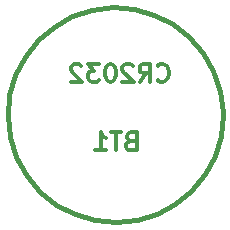
<source format=gbo>
G04 (created by PCBNEW-RS274X (2010-05-05 BZR 2356)-stable) date 13/05/2011 9:30:07 a.m.*
G01*
G70*
G90*
%MOIN*%
G04 Gerber Fmt 3.4, Leading zero omitted, Abs format*
%FSLAX34Y34*%
G04 APERTURE LIST*
%ADD10C,0.006000*%
%ADD11C,0.015000*%
%ADD12C,0.012000*%
G04 APERTURE END LIST*
G54D10*
G54D11*
X30866Y-29291D02*
X30797Y-29986D01*
X30595Y-30656D01*
X30267Y-31273D01*
X29825Y-31815D01*
X29286Y-32261D01*
X28671Y-32594D01*
X28003Y-32800D01*
X27308Y-32873D01*
X26612Y-32810D01*
X25941Y-32613D01*
X25322Y-32289D01*
X24777Y-31850D01*
X24327Y-31315D01*
X23990Y-30702D01*
X23779Y-30035D01*
X23701Y-29341D01*
X23759Y-28645D01*
X23952Y-27973D01*
X24272Y-27351D01*
X24706Y-26803D01*
X25239Y-26349D01*
X25849Y-26008D01*
X26514Y-25792D01*
X27208Y-25709D01*
X27905Y-25763D01*
X28578Y-25951D01*
X29202Y-26266D01*
X29753Y-26697D01*
X30210Y-27226D01*
X30556Y-27834D01*
X30776Y-28498D01*
X30864Y-29191D01*
X30866Y-29291D01*
G54D12*
X27793Y-30165D02*
X27707Y-30193D01*
X27679Y-30222D01*
X27650Y-30279D01*
X27650Y-30365D01*
X27679Y-30422D01*
X27707Y-30450D01*
X27765Y-30479D01*
X27993Y-30479D01*
X27993Y-29879D01*
X27793Y-29879D01*
X27736Y-29907D01*
X27707Y-29936D01*
X27679Y-29993D01*
X27679Y-30050D01*
X27707Y-30107D01*
X27736Y-30136D01*
X27793Y-30165D01*
X27993Y-30165D01*
X27479Y-29879D02*
X27136Y-29879D01*
X27307Y-30479D02*
X27307Y-29879D01*
X26622Y-30479D02*
X26965Y-30479D01*
X26793Y-30479D02*
X26793Y-29879D01*
X26850Y-29965D01*
X26908Y-30022D01*
X26965Y-30050D01*
X28696Y-28138D02*
X28725Y-28166D01*
X28811Y-28195D01*
X28868Y-28195D01*
X28953Y-28166D01*
X29011Y-28109D01*
X29039Y-28052D01*
X29068Y-27938D01*
X29068Y-27852D01*
X29039Y-27738D01*
X29011Y-27681D01*
X28953Y-27623D01*
X28868Y-27595D01*
X28811Y-27595D01*
X28725Y-27623D01*
X28696Y-27652D01*
X28096Y-28195D02*
X28296Y-27909D01*
X28439Y-28195D02*
X28439Y-27595D01*
X28211Y-27595D01*
X28153Y-27623D01*
X28125Y-27652D01*
X28096Y-27709D01*
X28096Y-27795D01*
X28125Y-27852D01*
X28153Y-27881D01*
X28211Y-27909D01*
X28439Y-27909D01*
X27868Y-27652D02*
X27839Y-27623D01*
X27782Y-27595D01*
X27639Y-27595D01*
X27582Y-27623D01*
X27553Y-27652D01*
X27525Y-27709D01*
X27525Y-27766D01*
X27553Y-27852D01*
X27896Y-28195D01*
X27525Y-28195D01*
X27154Y-27595D02*
X27097Y-27595D01*
X27040Y-27623D01*
X27011Y-27652D01*
X26982Y-27709D01*
X26954Y-27823D01*
X26954Y-27966D01*
X26982Y-28081D01*
X27011Y-28138D01*
X27040Y-28166D01*
X27097Y-28195D01*
X27154Y-28195D01*
X27211Y-28166D01*
X27240Y-28138D01*
X27268Y-28081D01*
X27297Y-27966D01*
X27297Y-27823D01*
X27268Y-27709D01*
X27240Y-27652D01*
X27211Y-27623D01*
X27154Y-27595D01*
X26754Y-27595D02*
X26383Y-27595D01*
X26583Y-27823D01*
X26497Y-27823D01*
X26440Y-27852D01*
X26411Y-27881D01*
X26383Y-27938D01*
X26383Y-28081D01*
X26411Y-28138D01*
X26440Y-28166D01*
X26497Y-28195D01*
X26669Y-28195D01*
X26726Y-28166D01*
X26754Y-28138D01*
X26155Y-27652D02*
X26126Y-27623D01*
X26069Y-27595D01*
X25926Y-27595D01*
X25869Y-27623D01*
X25840Y-27652D01*
X25812Y-27709D01*
X25812Y-27766D01*
X25840Y-27852D01*
X26183Y-28195D01*
X25812Y-28195D01*
M02*

</source>
